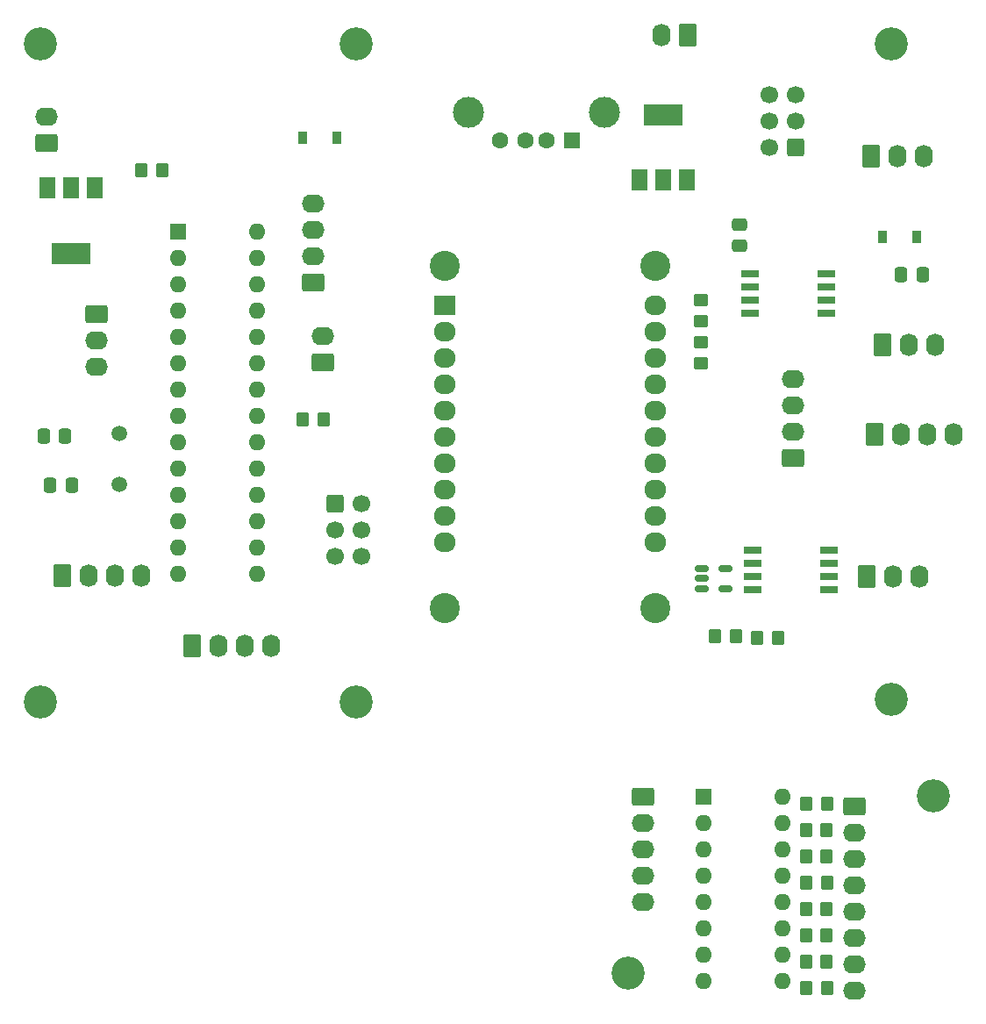
<source format=gts>
%TF.GenerationSoftware,KiCad,Pcbnew,(6.0.1)*%
%TF.CreationDate,2022-03-10T19:24:07-06:00*%
%TF.ProjectId,arliang2_good2go,61726c69-616e-4673-925f-676f6f643267,rev?*%
%TF.SameCoordinates,Original*%
%TF.FileFunction,Soldermask,Top*%
%TF.FilePolarity,Negative*%
%FSLAX46Y46*%
G04 Gerber Fmt 4.6, Leading zero omitted, Abs format (unit mm)*
G04 Created by KiCad (PCBNEW (6.0.1)) date 2022-03-10 19:24:07*
%MOMM*%
%LPD*%
G01*
G04 APERTURE LIST*
G04 Aperture macros list*
%AMRoundRect*
0 Rectangle with rounded corners*
0 $1 Rounding radius*
0 $2 $3 $4 $5 $6 $7 $8 $9 X,Y pos of 4 corners*
0 Add a 4 corners polygon primitive as box body*
4,1,4,$2,$3,$4,$5,$6,$7,$8,$9,$2,$3,0*
0 Add four circle primitives for the rounded corners*
1,1,$1+$1,$2,$3*
1,1,$1+$1,$4,$5*
1,1,$1+$1,$6,$7*
1,1,$1+$1,$8,$9*
0 Add four rect primitives between the rounded corners*
20,1,$1+$1,$2,$3,$4,$5,0*
20,1,$1+$1,$4,$5,$6,$7,0*
20,1,$1+$1,$6,$7,$8,$9,0*
20,1,$1+$1,$8,$9,$2,$3,0*%
G04 Aperture macros list end*
%ADD10RoundRect,0.250000X-0.350000X-0.450000X0.350000X-0.450000X0.350000X0.450000X-0.350000X0.450000X0*%
%ADD11RoundRect,0.250000X-0.620000X-0.845000X0.620000X-0.845000X0.620000X0.845000X-0.620000X0.845000X0*%
%ADD12O,1.740000X2.190000*%
%ADD13C,1.500000*%
%ADD14C,3.200000*%
%ADD15RoundRect,0.250000X0.350000X0.450000X-0.350000X0.450000X-0.350000X-0.450000X0.350000X-0.450000X0*%
%ADD16C,2.900000*%
%ADD17R,2.100000X1.900000*%
%ADD18O,2.100000X1.900000*%
%ADD19R,1.600000X1.600000*%
%ADD20O,1.600000X1.600000*%
%ADD21RoundRect,0.250000X0.620000X0.845000X-0.620000X0.845000X-0.620000X-0.845000X0.620000X-0.845000X0*%
%ADD22RoundRect,0.250000X0.600000X0.600000X-0.600000X0.600000X-0.600000X-0.600000X0.600000X-0.600000X0*%
%ADD23C,1.700000*%
%ADD24R,1.700000X0.650000*%
%ADD25RoundRect,0.250000X0.845000X-0.620000X0.845000X0.620000X-0.845000X0.620000X-0.845000X-0.620000X0*%
%ADD26O,2.190000X1.740000*%
%ADD27R,0.900000X1.200000*%
%ADD28RoundRect,0.250000X0.337500X0.475000X-0.337500X0.475000X-0.337500X-0.475000X0.337500X-0.475000X0*%
%ADD29RoundRect,0.250000X-0.450000X0.350000X-0.450000X-0.350000X0.450000X-0.350000X0.450000X0.350000X0*%
%ADD30C,1.600000*%
%ADD31C,3.000000*%
%ADD32R,1.500000X2.000000*%
%ADD33R,3.800000X2.000000*%
%ADD34RoundRect,0.250000X-0.600000X-0.600000X0.600000X-0.600000X0.600000X0.600000X-0.600000X0.600000X0*%
%ADD35RoundRect,0.250000X0.475000X-0.337500X0.475000X0.337500X-0.475000X0.337500X-0.475000X-0.337500X0*%
%ADD36RoundRect,0.150000X-0.512500X-0.150000X0.512500X-0.150000X0.512500X0.150000X-0.512500X0.150000X0*%
%ADD37RoundRect,0.250000X-0.845000X0.620000X-0.845000X-0.620000X0.845000X-0.620000X0.845000X0.620000X0*%
G04 APERTURE END LIST*
D10*
%TO.C,R11*%
X176054000Y-129413000D03*
X178054000Y-129413000D03*
%TD*%
D11*
%TO.C,J12*%
X181930511Y-99871489D03*
D12*
X184470511Y-99871489D03*
X187010511Y-99871489D03*
%TD*%
D10*
%TO.C,R4*%
X171339000Y-105791000D03*
X173339000Y-105791000D03*
%TD*%
D13*
%TO.C,Y1*%
X109728000Y-86106000D03*
X109728000Y-90986000D03*
%TD*%
D10*
%TO.C,R14*%
X176022000Y-137033000D03*
X178022000Y-137033000D03*
%TD*%
D14*
%TO.C,H2*%
X102108000Y-112014000D03*
%TD*%
D15*
%TO.C,R1*%
X113867511Y-60706000D03*
X111867511Y-60706000D03*
%TD*%
D14*
%TO.C,H9*%
X188341000Y-121031000D03*
%TD*%
D16*
%TO.C,A1*%
X161483511Y-102894489D03*
X141163511Y-102894489D03*
X141163511Y-69874489D03*
X161483511Y-69874489D03*
D17*
X141163511Y-73684489D03*
D18*
X141163511Y-76224489D03*
X141163511Y-78764489D03*
X141163511Y-81304489D03*
X141163511Y-83844489D03*
X141163511Y-86384489D03*
X141163511Y-88924489D03*
X141163511Y-91464489D03*
X141163511Y-94004489D03*
X141163511Y-96544489D03*
X161483511Y-96544489D03*
X161483511Y-94004489D03*
X161483511Y-91464489D03*
X161483511Y-88924489D03*
X161483511Y-86384489D03*
X161483511Y-83844489D03*
X161483511Y-81304489D03*
X161483511Y-78764489D03*
X161483511Y-76224489D03*
X161483511Y-73684489D03*
%TD*%
D19*
%TO.C,U1*%
X115417511Y-66558000D03*
D20*
X115417511Y-69098000D03*
X115417511Y-71638000D03*
X115417511Y-74178000D03*
X115417511Y-76718000D03*
X115417511Y-79258000D03*
X115417511Y-81798000D03*
X115417511Y-84338000D03*
X115417511Y-86878000D03*
X115417511Y-89418000D03*
X115417511Y-91958000D03*
X115417511Y-94498000D03*
X115417511Y-97038000D03*
X115417511Y-99578000D03*
X123037511Y-99578000D03*
X123037511Y-97038000D03*
X123037511Y-94498000D03*
X123037511Y-91958000D03*
X123037511Y-89418000D03*
X123037511Y-86878000D03*
X123037511Y-84338000D03*
X123037511Y-81798000D03*
X123037511Y-79258000D03*
X123037511Y-76718000D03*
X123037511Y-74178000D03*
X123037511Y-71638000D03*
X123037511Y-69098000D03*
X123037511Y-66558000D03*
%TD*%
D21*
%TO.C,J8*%
X164658511Y-47649489D03*
D12*
X162118511Y-47649489D03*
%TD*%
D11*
%TO.C,J2*%
X104231511Y-99822000D03*
D12*
X106771511Y-99822000D03*
X109311511Y-99822000D03*
X111851511Y-99822000D03*
%TD*%
D22*
%TO.C,J15*%
X175072511Y-58444489D03*
D23*
X172532511Y-58444489D03*
X175072511Y-55904489D03*
X172532511Y-55904489D03*
X175072511Y-53364489D03*
X172532511Y-53364489D03*
%TD*%
D14*
%TO.C,H10*%
X158893000Y-138176000D03*
%TD*%
D24*
%TO.C,U5*%
X170660511Y-70631489D03*
X170660511Y-71901489D03*
X170660511Y-73171489D03*
X170660511Y-74441489D03*
X177960511Y-74441489D03*
X177960511Y-73171489D03*
X177960511Y-71901489D03*
X177960511Y-70631489D03*
%TD*%
D25*
%TO.C,J3*%
X128488511Y-71501000D03*
D26*
X128488511Y-68961000D03*
X128488511Y-66421000D03*
X128488511Y-63881000D03*
%TD*%
D27*
%TO.C,D2*%
X186755511Y-67080489D03*
X183455511Y-67080489D03*
%TD*%
D14*
%TO.C,H1*%
X102108000Y-48514000D03*
%TD*%
%TO.C,H5*%
X132588000Y-48514000D03*
%TD*%
D28*
%TO.C,C4*%
X187286011Y-70763489D03*
X185211011Y-70763489D03*
%TD*%
%TO.C,C2*%
X105177500Y-91059000D03*
X103102500Y-91059000D03*
%TD*%
D10*
%TO.C,R13*%
X176038000Y-134493000D03*
X178038000Y-134493000D03*
%TD*%
D14*
%TO.C,H3*%
X132588000Y-112014000D03*
%TD*%
D29*
%TO.C,R6*%
X165928511Y-77256489D03*
X165928511Y-79256489D03*
%TD*%
D19*
%TO.C,J9*%
X153482511Y-57809489D03*
D30*
X150982511Y-57809489D03*
X148982511Y-57809489D03*
X146482511Y-57809489D03*
D31*
X143412511Y-55099489D03*
X156552511Y-55099489D03*
%TD*%
D32*
%TO.C,U2*%
X107420511Y-62382000D03*
X105120511Y-62382000D03*
X102820511Y-62382000D03*
D33*
X105120511Y-68682000D03*
%TD*%
D10*
%TO.C,R8*%
X176054000Y-121793000D03*
X178054000Y-121793000D03*
%TD*%
D11*
%TO.C,J13*%
X182692511Y-86130489D03*
D12*
X185232511Y-86130489D03*
X187772511Y-86130489D03*
X190312511Y-86130489D03*
%TD*%
D11*
%TO.C,J1*%
X116804511Y-106553000D03*
D12*
X119344511Y-106553000D03*
X121884511Y-106553000D03*
X124424511Y-106553000D03*
%TD*%
D34*
%TO.C,J4*%
X130565500Y-92832000D03*
D23*
X133105500Y-92832000D03*
X130565500Y-95372000D03*
X133105500Y-95372000D03*
X130565500Y-97912000D03*
X133105500Y-97912000D03*
%TD*%
D14*
%TO.C,H7*%
X184277000Y-111760000D03*
%TD*%
D11*
%TO.C,J10*%
X182311511Y-59333489D03*
D12*
X184851511Y-59333489D03*
X187391511Y-59333489D03*
%TD*%
D19*
%TO.C,U7*%
X166132000Y-121158000D03*
D20*
X166132000Y-123698000D03*
X166132000Y-126238000D03*
X166132000Y-128778000D03*
X166132000Y-131318000D03*
X166132000Y-133858000D03*
X166132000Y-136398000D03*
X166132000Y-138938000D03*
X173752000Y-138938000D03*
X173752000Y-136398000D03*
X173752000Y-133858000D03*
X173752000Y-131318000D03*
X173752000Y-128778000D03*
X173752000Y-126238000D03*
X173752000Y-123698000D03*
X173752000Y-121158000D03*
%TD*%
D10*
%TO.C,R15*%
X176054000Y-139573000D03*
X178054000Y-139573000D03*
%TD*%
%TO.C,R12*%
X176038000Y-131953000D03*
X178038000Y-131953000D03*
%TD*%
D35*
%TO.C,R7*%
X169611511Y-67990989D03*
X169611511Y-65915989D03*
%TD*%
D10*
%TO.C,R10*%
X176038000Y-126873000D03*
X178038000Y-126873000D03*
%TD*%
D24*
%TO.C,U3*%
X170914511Y-97306489D03*
X170914511Y-98576489D03*
X170914511Y-99846489D03*
X170914511Y-101116489D03*
X178214511Y-101116489D03*
X178214511Y-99846489D03*
X178214511Y-98576489D03*
X178214511Y-97306489D03*
%TD*%
D27*
%TO.C,D1*%
X127473511Y-57531000D03*
X130773511Y-57531000D03*
%TD*%
D10*
%TO.C,R3*%
X167275000Y-105664000D03*
X169275000Y-105664000D03*
%TD*%
D32*
%TO.C,U4*%
X159945511Y-61594489D03*
X162245511Y-61594489D03*
X164545511Y-61594489D03*
D33*
X162245511Y-55294489D03*
%TD*%
D25*
%TO.C,J14*%
X174818511Y-88416489D03*
D26*
X174818511Y-85876489D03*
X174818511Y-83336489D03*
X174818511Y-80796489D03*
%TD*%
D36*
%TO.C,U6*%
X165994500Y-99126000D03*
X165994500Y-100076000D03*
X165994500Y-101026000D03*
X168269500Y-101026000D03*
X168269500Y-99126000D03*
%TD*%
D10*
%TO.C,R9*%
X176038000Y-124333000D03*
X178038000Y-124333000D03*
%TD*%
D11*
%TO.C,J11*%
X183454511Y-77494489D03*
D12*
X185994511Y-77494489D03*
X188534511Y-77494489D03*
%TD*%
D25*
%TO.C,J7*%
X129413000Y-79248000D03*
D26*
X129413000Y-76708000D03*
%TD*%
D37*
%TO.C,J6*%
X107533511Y-74549000D03*
D26*
X107533511Y-77089000D03*
X107533511Y-79629000D03*
%TD*%
D28*
%TO.C,C1*%
X104542500Y-86360000D03*
X102467500Y-86360000D03*
%TD*%
D10*
%TO.C,R2*%
X127488511Y-84709000D03*
X129488511Y-84709000D03*
%TD*%
D29*
%TO.C,R5*%
X165928511Y-73192489D03*
X165928511Y-75192489D03*
%TD*%
D25*
%TO.C,J5*%
X102707511Y-58039000D03*
D26*
X102707511Y-55499000D03*
%TD*%
D14*
%TO.C,H6*%
X184277000Y-48514000D03*
%TD*%
D37*
%TO.C,J16*%
X180737000Y-122047000D03*
D26*
X180737000Y-124587000D03*
X180737000Y-127127000D03*
X180737000Y-129667000D03*
X180737000Y-132207000D03*
X180737000Y-134747000D03*
X180737000Y-137287000D03*
X180737000Y-139827000D03*
%TD*%
D37*
%TO.C,J17*%
X160290000Y-121158000D03*
D26*
X160290000Y-123698000D03*
X160290000Y-126238000D03*
X160290000Y-128778000D03*
X160290000Y-131318000D03*
%TD*%
M02*

</source>
